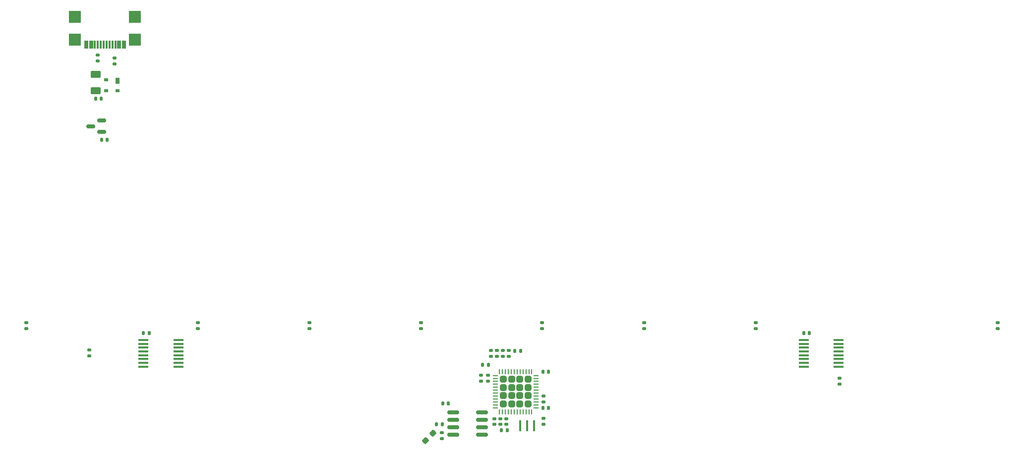
<source format=gbr>
%TF.GenerationSoftware,KiCad,Pcbnew,(7.0.0)*%
%TF.CreationDate,2023-03-04T16:47:19+01:00*%
%TF.ProjectId,travaulta,74726176-6175-46c7-9461-2e6b69636164,rev?*%
%TF.SameCoordinates,Original*%
%TF.FileFunction,Paste,Bot*%
%TF.FilePolarity,Positive*%
%FSLAX46Y46*%
G04 Gerber Fmt 4.6, Leading zero omitted, Abs format (unit mm)*
G04 Created by KiCad (PCBNEW (7.0.0)) date 2023-03-04 16:47:19*
%MOMM*%
%LPD*%
G01*
G04 APERTURE LIST*
G04 Aperture macros list*
%AMRoundRect*
0 Rectangle with rounded corners*
0 $1 Rounding radius*
0 $2 $3 $4 $5 $6 $7 $8 $9 X,Y pos of 4 corners*
0 Add a 4 corners polygon primitive as box body*
4,1,4,$2,$3,$4,$5,$6,$7,$8,$9,$2,$3,0*
0 Add four circle primitives for the rounded corners*
1,1,$1+$1,$2,$3*
1,1,$1+$1,$4,$5*
1,1,$1+$1,$6,$7*
1,1,$1+$1,$8,$9*
0 Add four rect primitives between the rounded corners*
20,1,$1+$1,$2,$3,$4,$5,0*
20,1,$1+$1,$4,$5,$6,$7,0*
20,1,$1+$1,$6,$7,$8,$9,0*
20,1,$1+$1,$8,$9,$2,$3,0*%
G04 Aperture macros list end*
%ADD10R,0.400000X1.900000*%
%ADD11RoundRect,0.140000X0.140000X0.170000X-0.140000X0.170000X-0.140000X-0.170000X0.140000X-0.170000X0*%
%ADD12RoundRect,0.140000X-0.140000X-0.170000X0.140000X-0.170000X0.140000X0.170000X-0.140000X0.170000X0*%
%ADD13RoundRect,0.140000X-0.170000X0.140000X-0.170000X-0.140000X0.170000X-0.140000X0.170000X0.140000X0*%
%ADD14RoundRect,0.150000X-0.825000X-0.150000X0.825000X-0.150000X0.825000X0.150000X-0.825000X0.150000X0*%
%ADD15RoundRect,0.135000X-0.185000X0.135000X-0.185000X-0.135000X0.185000X-0.135000X0.185000X0.135000X0*%
%ADD16RoundRect,0.135000X0.185000X-0.135000X0.185000X0.135000X-0.185000X0.135000X-0.185000X-0.135000X0*%
%ADD17RoundRect,0.135000X-0.135000X-0.185000X0.135000X-0.185000X0.135000X0.185000X-0.135000X0.185000X0*%
%ADD18RoundRect,0.250000X0.315000X-0.315000X0.315000X0.315000X-0.315000X0.315000X-0.315000X-0.315000X0*%
%ADD19RoundRect,0.062500X0.062500X-0.375000X0.062500X0.375000X-0.062500X0.375000X-0.062500X-0.375000X0*%
%ADD20RoundRect,0.062500X0.375000X-0.062500X0.375000X0.062500X-0.375000X0.062500X-0.375000X-0.062500X0*%
%ADD21R,1.778000X0.419100*%
%ADD22RoundRect,0.135000X0.135000X0.185000X-0.135000X0.185000X-0.135000X-0.185000X0.135000X-0.185000X0*%
%ADD23RoundRect,0.250000X-0.625000X0.375000X-0.625000X-0.375000X0.625000X-0.375000X0.625000X0.375000X0*%
%ADD24R,0.700000X1.000000*%
%ADD25R,0.700000X0.600000*%
%ADD26RoundRect,0.140000X0.170000X-0.140000X0.170000X0.140000X-0.170000X0.140000X-0.170000X-0.140000X0*%
%ADD27RoundRect,0.150000X0.587500X0.150000X-0.587500X0.150000X-0.587500X-0.150000X0.587500X-0.150000X0*%
%ADD28RoundRect,0.237500X-0.008839X-0.344715X0.344715X0.008839X0.008839X0.344715X-0.344715X-0.008839X0*%
%ADD29RoundRect,0.050000X-0.300000X-0.650000X0.300000X-0.650000X0.300000X0.650000X-0.300000X0.650000X0*%
%ADD30RoundRect,0.050000X-0.150000X-0.650000X0.150000X-0.650000X0.150000X0.650000X-0.150000X0.650000X0*%
%ADD31RoundRect,0.050000X-1.000000X-1.000000X1.000000X-1.000000X1.000000X1.000000X-1.000000X1.000000X0*%
G04 APERTURE END LIST*
D10*
%TO.C,Y1*%
X153415999Y-118744999D03*
X154615999Y-118744999D03*
X155815999Y-118744999D03*
%TD*%
D11*
%TO.C,C7*%
X147984000Y-108331000D03*
X147024000Y-108331000D03*
%TD*%
D12*
%TO.C,C12*%
X201831000Y-102870000D03*
X202791000Y-102870000D03*
%TD*%
D13*
%TO.C,C15*%
X149031000Y-117540000D03*
X149031000Y-118500000D03*
%TD*%
D14*
%TO.C,U5*%
X141985375Y-120269000D03*
X141985375Y-118999000D03*
X141985375Y-117729000D03*
X141985375Y-116459000D03*
X146935375Y-116459000D03*
X146935375Y-117729000D03*
X146935375Y-118999000D03*
X146935375Y-120269000D03*
%TD*%
D15*
%TO.C,R7*%
X146742000Y-110107000D03*
X146742000Y-111127000D03*
%TD*%
D16*
%TO.C,R11*%
X98425000Y-102110000D03*
X98425000Y-101090000D03*
%TD*%
D15*
%TO.C,R2*%
X151511000Y-105877000D03*
X151511000Y-106897000D03*
%TD*%
D12*
%TO.C,C9*%
X157311000Y-115663994D03*
X158271000Y-115663994D03*
%TD*%
D17*
%TO.C,R4*%
X152525000Y-105918000D03*
X153545000Y-105918000D03*
%TD*%
D18*
%TO.C,U1*%
X150554000Y-115003000D03*
X151954000Y-115003000D03*
X153354000Y-115003000D03*
X154754000Y-115003000D03*
X150554000Y-113603000D03*
X151954000Y-113603000D03*
X153354000Y-113603000D03*
X154754000Y-113603000D03*
X150554000Y-112203000D03*
X151954000Y-112203000D03*
X153354000Y-112203000D03*
X154754000Y-112203000D03*
X150554000Y-110803000D03*
X151954000Y-110803000D03*
X153354000Y-110803000D03*
X154754000Y-110803000D03*
D19*
X155404000Y-116340500D03*
X154904000Y-116340500D03*
X154404000Y-116340500D03*
X153904000Y-116340500D03*
X153404000Y-116340500D03*
X152904000Y-116340500D03*
X152404000Y-116340500D03*
X151904000Y-116340500D03*
X151404000Y-116340500D03*
X150904000Y-116340500D03*
X150404000Y-116340500D03*
X149904000Y-116340500D03*
D20*
X149216500Y-115653000D03*
X149216500Y-115153000D03*
X149216500Y-114653000D03*
X149216500Y-114153000D03*
X149216500Y-113653000D03*
X149216500Y-113153000D03*
X149216500Y-112653000D03*
X149216500Y-112153000D03*
X149216500Y-111653000D03*
X149216500Y-111153000D03*
X149216500Y-110653000D03*
X149216500Y-110153000D03*
D19*
X149904000Y-109465500D03*
X150404000Y-109465500D03*
X150904000Y-109465500D03*
X151404000Y-109465500D03*
X151904000Y-109465500D03*
X152404000Y-109465500D03*
X152904000Y-109465500D03*
X153404000Y-109465500D03*
X153904000Y-109465500D03*
X154404000Y-109465500D03*
X154904000Y-109465500D03*
X155404000Y-109465500D03*
D20*
X156091500Y-110153000D03*
X156091500Y-110653000D03*
X156091500Y-111153000D03*
X156091500Y-111653000D03*
X156091500Y-112153000D03*
X156091500Y-112653000D03*
X156091500Y-113153000D03*
X156091500Y-113653000D03*
X156091500Y-114153000D03*
X156091500Y-114653000D03*
X156091500Y-115153000D03*
X156091500Y-115653000D03*
%TD*%
D16*
%TO.C,R12*%
X157162500Y-102110000D03*
X157162500Y-101090000D03*
%TD*%
%TO.C,R15*%
X69088000Y-102110000D03*
X69088000Y-101090000D03*
%TD*%
D13*
%TO.C,C11*%
X151063000Y-117540000D03*
X151063000Y-118500000D03*
%TD*%
D16*
%TO.C,R13*%
X79883000Y-106809000D03*
X79883000Y-105789000D03*
%TD*%
D12*
%TO.C,C8*%
X157311000Y-109474000D03*
X158271000Y-109474000D03*
%TD*%
D16*
%TO.C,R10*%
X174625000Y-102110000D03*
X174625000Y-101090000D03*
%TD*%
D21*
%TO.C,U3*%
X207761839Y-104089199D03*
X207761839Y-104739439D03*
X207761839Y-105389679D03*
X207761839Y-106039919D03*
X207761839Y-106685079D03*
X207761839Y-107335319D03*
X207761839Y-107985559D03*
X207761839Y-108635799D03*
X201813159Y-108635799D03*
X201813159Y-107985559D03*
X201813159Y-107335319D03*
X201813159Y-106685079D03*
X201813159Y-106039919D03*
X201813159Y-105389679D03*
X201813159Y-104739439D03*
X201813159Y-104089199D03*
%TD*%
D16*
%TO.C,R1*%
X148463000Y-106897000D03*
X148463000Y-105877000D03*
%TD*%
%TO.C,R16*%
X234950000Y-102110000D03*
X234950000Y-101090000D03*
%TD*%
D11*
%TO.C,C14*%
X141130375Y-114935000D03*
X140170375Y-114935000D03*
%TD*%
D16*
%TO.C,R9*%
X149479000Y-106897000D03*
X149479000Y-105877000D03*
%TD*%
D12*
%TO.C,C13*%
X89107153Y-102878779D03*
X90067153Y-102878779D03*
%TD*%
D15*
%TO.C,R21*%
X140015375Y-119886000D03*
X140015375Y-120906000D03*
%TD*%
D12*
%TO.C,C5*%
X81943000Y-69850000D03*
X82903000Y-69850000D03*
%TD*%
D16*
%TO.C,R20*%
X193675000Y-102110000D03*
X193675000Y-101090000D03*
%TD*%
D22*
%TO.C,R23*%
X140144375Y-118491000D03*
X139124375Y-118491000D03*
%TD*%
D15*
%TO.C,R14*%
X207962500Y-110615000D03*
X207962500Y-111635000D03*
%TD*%
D17*
%TO.C,R6*%
X150169000Y-119507000D03*
X151189000Y-119507000D03*
%TD*%
D23*
%TO.C,F_USBC1*%
X80962500Y-58671000D03*
X80962500Y-61471000D03*
%TD*%
D24*
%TO.C,D1*%
X84692999Y-59828999D03*
D25*
X84692999Y-61528999D03*
X82692999Y-61528999D03*
X82692999Y-59628999D03*
%TD*%
D16*
%TO.C,R18*%
X81280000Y-56390000D03*
X81280000Y-55370000D03*
%TD*%
D15*
%TO.C,R3*%
X157410000Y-113663000D03*
X157410000Y-114683000D03*
%TD*%
%TO.C,R8*%
X150495000Y-105877000D03*
X150495000Y-106897000D03*
%TD*%
D26*
%TO.C,C1*%
X147885000Y-111097000D03*
X147885000Y-110137000D03*
%TD*%
D12*
%TO.C,C4*%
X80927000Y-62865000D03*
X81887000Y-62865000D03*
%TD*%
D21*
%TO.C,U4*%
X95049339Y-104089199D03*
X95049339Y-104739439D03*
X95049339Y-105389679D03*
X95049339Y-106039919D03*
X95049339Y-106685079D03*
X95049339Y-107335319D03*
X95049339Y-107985559D03*
X95049339Y-108635799D03*
X89100659Y-108635799D03*
X89100659Y-107985559D03*
X89100659Y-107335319D03*
X89100659Y-106685079D03*
X89100659Y-106039919D03*
X89100659Y-105389679D03*
X89100659Y-104739439D03*
X89100659Y-104089199D03*
%TD*%
D13*
%TO.C,C6*%
X157410000Y-117503000D03*
X157410000Y-118463000D03*
%TD*%
D27*
%TO.C,U2*%
X81963500Y-66614000D03*
X81963500Y-68514000D03*
X80088500Y-67564000D03*
%TD*%
D28*
%TO.C,JP1*%
X137211140Y-121295235D03*
X138501610Y-120004765D03*
%TD*%
D29*
%TO.C,USB1*%
X79350000Y-53624000D03*
X80150000Y-53624000D03*
D30*
X80800000Y-53624000D03*
X81300000Y-53624000D03*
X81800000Y-53624000D03*
X82300000Y-53624000D03*
X82800000Y-53624000D03*
X83300000Y-53624000D03*
X83800000Y-53624000D03*
X84300000Y-53624000D03*
D29*
X84950000Y-53624000D03*
X85750000Y-53624000D03*
D31*
X77430000Y-48864000D03*
X77430000Y-52764000D03*
X87670000Y-48864000D03*
X87670000Y-52764000D03*
%TD*%
D16*
%TO.C,R19*%
X136525000Y-102110000D03*
X136525000Y-101090000D03*
%TD*%
D15*
%TO.C,R24*%
X84201000Y-55880000D03*
X84201000Y-56900000D03*
%TD*%
D13*
%TO.C,C10*%
X150047000Y-117540000D03*
X150047000Y-118500000D03*
%TD*%
D16*
%TO.C,R17*%
X117475000Y-102110000D03*
X117475000Y-101090000D03*
%TD*%
M02*

</source>
